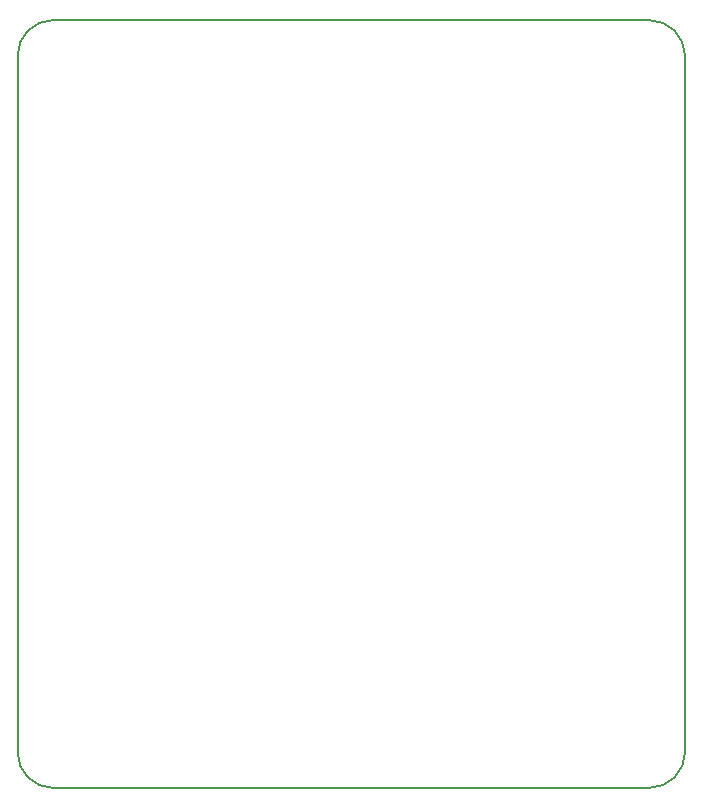
<source format=gbr>
G04 #@! TF.FileFunction,Profile,NP*
%FSLAX46Y46*%
G04 Gerber Fmt 4.6, Leading zero omitted, Abs format (unit mm)*
G04 Created by KiCad (PCBNEW 4.0.7) date 07/29/18 11:18:04*
%MOMM*%
%LPD*%
G01*
G04 APERTURE LIST*
%ADD10C,0.100000*%
%ADD11C,0.150000*%
G04 APERTURE END LIST*
D10*
D11*
X85000000Y-142000000D02*
G75*
G03X88000000Y-145000000I3000000J0D01*
G01*
X138500000Y-145000000D02*
G75*
G03X141500000Y-142000000I0J3000000D01*
G01*
X141500000Y-83000000D02*
G75*
G03X138500000Y-80000000I-3000000J0D01*
G01*
X88000000Y-80000000D02*
G75*
G03X85000000Y-83000000I0J-3000000D01*
G01*
X138500000Y-145000000D02*
X88000000Y-145000000D01*
X88000000Y-80000000D02*
X138500000Y-80000000D01*
X141500000Y-83000000D02*
X141500000Y-142000000D01*
X85000000Y-142000000D02*
X85000000Y-83000000D01*
M02*

</source>
